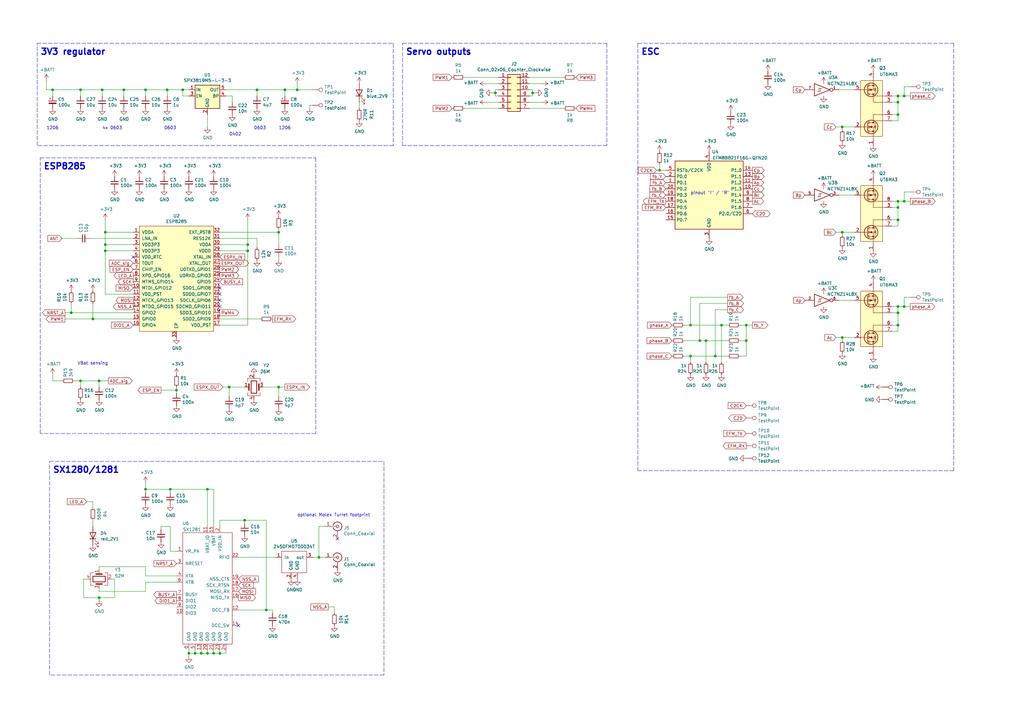
<source format=kicad_sch>
(kicad_sch (version 20211123) (generator eeschema)
  (paper "A3")
  (title_block (title "ELRS ESP8285 2G4 4xPWM + ESC 1S 5A") (date "2021-12-29") (rev "rev 1.0") (company "crteensy"))
  (junction (at 40.64 245.11))
  (junction (at 218.44 38.1))
  (junction (at 368.3 82.55))
  (junction (at 345.44 95.25))
  (junction (at 77.47 267.97))
  (junction (at 345.44 52.07))
  (junction (at 33.02 156.21))
  (junction (at 90.17 267.97))
  (junction (at 295.91 133.35))
  (junction (at 270.51 69.85))
  (junction (at 368.3 85.09))
  (junction (at 43.18 95.25))
  (junction (at 283.21 133.35))
  (junction (at 82.55 267.97))
  (junction (at 101.6 102.87))
  (junction (at 293.37 146.05))
  (junction (at 21.59 36.83))
  (junction (at 114.3 95.25))
  (junction (at 105.41 36.83))
  (junction (at 68.58 36.83))
  (junction (at 370.84 39.37))
  (junction (at 345.44 138.43))
  (junction (at 283.21 146.05))
  (junction (at 72.39 160.02))
  (junction (at 368.3 46.99))
  (junction (at 109.22 250.19))
  (junction (at 289.56 139.7))
  (junction (at 368.3 133.35))
  (junction (at 287.02 139.7))
  (junction (at 101.6 100.33))
  (junction (at 33.02 36.83))
  (junction (at 93.98 158.75))
  (junction (at 368.3 128.27))
  (junction (at 40.64 156.21))
  (junction (at 43.18 100.33))
  (junction (at 368.3 39.37))
  (junction (at 370.84 82.55))
  (junction (at 29.21 128.27))
  (junction (at 116.84 36.83))
  (junction (at 85.09 267.97))
  (junction (at 50.8 36.83))
  (junction (at 43.18 102.87))
  (junction (at 85.09 200.66))
  (junction (at 370.84 125.73))
  (junction (at 80.01 267.97))
  (junction (at 100.33 213.36))
  (junction (at 368.3 90.17))
  (junction (at 38.1 130.81))
  (junction (at 121.92 36.83))
  (junction (at 87.63 267.97))
  (junction (at 130.81 228.6))
  (junction (at 306.07 139.7))
  (junction (at 203.2 38.1))
  (junction (at 74.93 36.83))
  (junction (at 306.07 133.35))
  (junction (at 59.69 36.83))
  (junction (at 114.3 158.75))
  (junction (at 368.3 41.91))
  (junction (at 368.3 125.73))
  (junction (at 59.69 200.66))
  (junction (at 41.91 36.83))
  (junction (at 69.85 200.66))
  (no_connect (at 90.17 120.65))
  (no_connect (at 97.79 256.54))
  (no_connect (at 54.61 105.41))
  (no_connect (at 90.17 125.73))
  (no_connect (at 90.17 123.19))
  (no_connect (at 138.43 220.98))
  (no_connect (at 90.17 118.11))
  (wire (pts (xy 21.59 153.67) (xy 21.59 156.21)))
  (wire (pts (xy 368.3 82.55) (xy 368.3 85.09)))
  (wire (pts (xy 97.79 228.6) (xy 113.03 228.6)))
  (wire (pts (xy 21.59 36.83) (xy 19.05 36.83)))
  (polyline (pts (xy 165.1 17.78) (xy 248.92 17.78)))
  (polyline (pts (xy 15.24 17.78) (xy 161.29 17.78)))
  (polyline (pts (xy 20.32 189.23) (xy 157.48 189.23)))
  (wire (pts (xy 137.16 248.92) (xy 137.16 251.46)))
  (wire (pts (xy 368.3 39.37) (xy 368.3 41.91)))
  (wire (pts (xy 218.44 39.37) (xy 217.17 39.37)))
  (wire (pts (xy 92.71 39.37) (xy 95.25 39.37)))
  (wire (pts (xy 365.76 39.37) (xy 368.3 39.37)))
  (wire (pts (xy 298.45 124.46) (xy 287.02 124.46)))
  (wire (pts (xy 368.3 85.09) (xy 368.3 90.17)))
  (wire (pts (xy 203.2 36.83) (xy 203.2 38.1)))
  (wire (pts (xy 90.17 215.9) (xy 90.17 213.36)))
  (wire (pts (xy 59.69 39.37) (xy 59.69 36.83)))
  (wire (pts (xy 116.84 39.37) (xy 116.84 36.83)))
  (wire (pts (xy 345.44 52.07) (xy 345.44 53.34)))
  (wire (pts (xy 303.53 139.7) (xy 306.07 139.7)))
  (wire (pts (xy 130.81 215.9) (xy 133.35 215.9)))
  (wire (pts (xy 368.3 46.99) (xy 368.3 49.53)))
  (polyline (pts (xy 161.29 17.78) (xy 161.29 59.69)))
  (wire (pts (xy 87.63 200.66) (xy 85.09 200.66)))
  (wire (pts (xy 298.45 127) (xy 293.37 127)))
  (wire (pts (xy 43.18 102.87) (xy 43.18 120.65)))
  (polyline (pts (xy 165.1 59.69) (xy 165.1 17.78)))
  (wire (pts (xy 147.32 44.45) (xy 147.32 41.91)))
  (wire (pts (xy 29.21 128.27) (xy 26.67 128.27)))
  (wire (pts (xy 203.2 39.37) (xy 204.47 39.37)))
  (wire (pts (xy 35.56 237.49) (xy 34.29 237.49)))
  (wire (pts (xy 289.56 148.59) (xy 289.56 139.7)))
  (wire (pts (xy 95.25 39.37) (xy 95.25 41.91)))
  (wire (pts (xy 365.76 46.99) (xy 368.3 46.99)))
  (wire (pts (xy 121.92 36.83) (xy 128.27 36.83)))
  (wire (pts (xy 66.04 215.9) (xy 66.04 217.17)))
  (polyline (pts (xy 129.54 177.8) (xy 16.51 177.8)))
  (wire (pts (xy 368.3 133.35) (xy 368.3 135.89)))
  (wire (pts (xy 59.69 198.12) (xy 59.69 200.66)))
  (wire (pts (xy 59.69 232.41) (xy 40.64 232.41)))
  (wire (pts (xy 217.17 36.83) (xy 218.44 36.83)))
  (wire (pts (xy 350.52 138.43) (xy 345.44 138.43)))
  (wire (pts (xy 77.47 267.97) (xy 80.01 267.97)))
  (wire (pts (xy 33.02 36.83) (xy 21.59 36.83)))
  (wire (pts (xy 40.64 241.3) (xy 40.64 242.57)))
  (wire (pts (xy 365.76 41.91) (xy 368.3 41.91)))
  (wire (pts (xy 43.18 95.25) (xy 43.18 90.17)))
  (wire (pts (xy 68.58 36.83) (xy 74.93 36.83)))
  (wire (pts (xy 287.02 139.7) (xy 289.56 139.7)))
  (wire (pts (xy 365.76 133.35) (xy 368.3 133.35)))
  (wire (pts (xy 92.71 36.83) (xy 105.41 36.83)))
  (wire (pts (xy 287.02 124.46) (xy 287.02 139.7)))
  (wire (pts (xy 130.81 228.6) (xy 130.81 215.9)))
  (wire (pts (xy 280.67 139.7) (xy 287.02 139.7)))
  (wire (pts (xy 128.27 43.18) (xy 127 43.18)))
  (wire (pts (xy 38.1 130.81) (xy 54.61 130.81)))
  (wire (pts (xy 35.56 205.74) (xy 38.1 205.74)))
  (wire (pts (xy 111.76 250.19) (xy 111.76 251.46)))
  (wire (pts (xy 370.84 121.92) (xy 370.84 125.73)))
  (wire (pts (xy 344.17 36.83) (xy 350.52 36.83)))
  (wire (pts (xy 72.39 236.22) (xy 59.69 236.22)))
  (wire (pts (xy 306.07 133.35) (xy 306.07 139.7)))
  (wire (pts (xy 38.1 124.46) (xy 38.1 130.81)))
  (wire (pts (xy 50.8 39.37) (xy 50.8 36.83)))
  (wire (pts (xy 283.21 121.92) (xy 283.21 133.35)))
  (wire (pts (xy 289.56 139.7) (xy 298.45 139.7)))
  (wire (pts (xy 59.69 238.76) (xy 72.39 238.76)))
  (wire (pts (xy 101.6 133.35) (xy 101.6 102.87)))
  (polyline (pts (xy 391.16 193.04) (xy 261.62 193.04)))
  (wire (pts (xy 90.17 100.33) (xy 101.6 100.33)))
  (wire (pts (xy 92.71 267.97) (xy 92.71 266.7)))
  (wire (pts (xy 342.9 138.43) (xy 345.44 138.43)))
  (wire (pts (xy 68.58 36.83) (xy 59.69 36.83)))
  (wire (pts (xy 283.21 133.35) (xy 295.91 133.35)))
  (wire (pts (xy 365.76 128.27) (xy 368.3 128.27)))
  (wire (pts (xy 365.76 82.55) (xy 368.3 82.55)))
  (wire (pts (xy 127 43.18) (xy 127 44.45)))
  (wire (pts (xy 368.3 135.89) (xy 365.76 135.89)))
  (wire (pts (xy 280.67 133.35) (xy 283.21 133.35)))
  (wire (pts (xy 350.52 95.25) (xy 345.44 95.25)))
  (wire (pts (xy 114.3 162.56) (xy 114.3 158.75)))
  (wire (pts (xy 85.09 215.9) (xy 85.09 200.66)))
  (wire (pts (xy 204.47 36.83) (xy 203.2 36.83)))
  (polyline (pts (xy 391.16 17.78) (xy 391.16 193.04)))
  (wire (pts (xy 87.63 267.97) (xy 90.17 267.97)))
  (wire (pts (xy 368.3 39.37) (xy 370.84 39.37)))
  (wire (pts (xy 218.44 38.1) (xy 219.71 38.1)))
  (wire (pts (xy 46.99 237.49) (xy 46.99 245.11)))
  (wire (pts (xy 231.14 31.75) (xy 217.17 31.75)))
  (wire (pts (xy 72.39 226.06) (xy 69.85 226.06)))
  (polyline (pts (xy 261.62 17.78) (xy 391.16 17.78)))
  (wire (pts (xy 368.3 41.91) (xy 368.3 46.99)))
  (polyline (pts (xy 16.51 64.77) (xy 129.54 64.77)))
  (wire (pts (xy 270.51 69.85) (xy 273.05 69.85)))
  (wire (pts (xy 283.21 148.59) (xy 283.21 146.05)))
  (wire (pts (xy 100.33 214.63) (xy 100.33 213.36)))
  (wire (pts (xy 36.83 97.79) (xy 54.61 97.79)))
  (wire (pts (xy 87.63 215.9) (xy 87.63 200.66)))
  (wire (pts (xy 365.76 125.73) (xy 368.3 125.73)))
  (wire (pts (xy 90.17 267.97) (xy 90.17 266.7)))
  (wire (pts (xy 345.44 95.25) (xy 345.44 96.52)))
  (wire (pts (xy 90.17 213.36) (xy 100.33 213.36)))
  (wire (pts (xy 293.37 127) (xy 293.37 146.05)))
  (wire (pts (xy 87.63 267.97) (xy 87.63 266.7)))
  (wire (pts (xy 368.3 90.17) (xy 368.3 92.71)))
  (wire (pts (xy 199.39 41.91) (xy 204.47 41.91)))
  (wire (pts (xy 370.84 125.73) (xy 373.38 125.73)))
  (wire (pts (xy 101.6 102.87) (xy 101.6 100.33)))
  (wire (pts (xy 368.3 128.27) (xy 368.3 133.35)))
  (wire (pts (xy 59.69 200.66) (xy 59.69 201.93)))
  (polyline (pts (xy 248.92 17.78) (xy 248.92 59.69)))
  (wire (pts (xy 85.09 46.99) (xy 85.09 52.07)))
  (wire (pts (xy 77.47 39.37) (xy 74.93 39.37)))
  (wire (pts (xy 190.5 31.75) (xy 204.47 31.75)))
  (wire (pts (xy 72.39 161.29) (xy 72.39 160.02)))
  (wire (pts (xy 203.2 38.1) (xy 203.2 39.37)))
  (wire (pts (xy 344.17 80.01) (xy 350.52 80.01)))
  (wire (pts (xy 54.61 102.87) (xy 43.18 102.87)))
  (wire (pts (xy 306.07 133.35) (xy 308.61 133.35)))
  (wire (pts (xy 303.53 133.35) (xy 306.07 133.35)))
  (wire (pts (xy 40.64 245.11) (xy 40.64 246.38)))
  (wire (pts (xy 134.62 248.92) (xy 137.16 248.92)))
  (wire (pts (xy 293.37 146.05) (xy 298.45 146.05)))
  (wire (pts (xy 270.51 67.31) (xy 270.51 69.85)))
  (wire (pts (xy 69.85 226.06) (xy 69.85 215.9)))
  (wire (pts (xy 77.47 267.97) (xy 77.47 269.24)))
  (wire (pts (xy 43.18 120.65) (xy 54.61 120.65)))
  (wire (pts (xy 269.24 69.85) (xy 270.51 69.85)))
  (wire (pts (xy 40.64 245.11) (xy 46.99 245.11)))
  (wire (pts (xy 77.47 266.7) (xy 77.47 267.97)))
  (wire (pts (xy 370.84 39.37) (xy 373.38 39.37)))
  (wire (pts (xy 77.47 36.83) (xy 74.93 36.83)))
  (wire (pts (xy 34.29 237.49) (xy 34.29 245.11)))
  (wire (pts (xy 121.92 36.83) (xy 121.92 34.29)))
  (polyline (pts (xy 16.51 177.8) (xy 16.51 64.77)))
  (wire (pts (xy 204.47 44.45) (xy 190.5 44.45)))
  (wire (pts (xy 69.85 200.66) (xy 59.69 200.66)))
  (polyline (pts (xy 15.24 59.69) (xy 15.24 17.78)))
  (wire (pts (xy 368.3 82.55) (xy 370.84 82.55)))
  (wire (pts (xy 69.85 215.9) (xy 66.04 215.9)))
  (wire (pts (xy 40.64 156.21) (xy 40.64 158.75)))
  (wire (pts (xy 93.98 158.75) (xy 100.33 158.75)))
  (wire (pts (xy 21.59 39.37) (xy 21.59 36.83)))
  (wire (pts (xy 370.84 35.56) (xy 370.84 39.37)))
  (polyline (pts (xy 161.29 59.69) (xy 15.24 59.69)))
  (wire (pts (xy 68.58 39.37) (xy 68.58 36.83)))
  (wire (pts (xy 85.09 267.97) (xy 87.63 267.97)))
  (wire (pts (xy 114.3 95.25) (xy 114.3 100.33)))
  (wire (pts (xy 222.25 34.29) (xy 217.17 34.29)))
  (wire (pts (xy 85.09 200.66) (xy 69.85 200.66)))
  (wire (pts (xy 82.55 267.97) (xy 82.55 266.7)))
  (wire (pts (xy 59.69 236.22) (xy 59.69 232.41)))
  (wire (pts (xy 90.17 97.79) (xy 105.41 97.79)))
  (wire (pts (xy 90.17 95.25) (xy 114.3 95.25)))
  (wire (pts (xy 370.84 78.74) (xy 370.84 82.55)))
  (wire (pts (xy 90.17 130.81) (xy 106.68 130.81)))
  (wire (pts (xy 43.18 102.87) (xy 43.18 100.33)))
  (wire (pts (xy 350.52 52.07) (xy 345.44 52.07)))
  (wire (pts (xy 69.85 200.66) (xy 69.85 201.93)))
  (wire (pts (xy 365.76 90.17) (xy 368.3 90.17)))
  (wire (pts (xy 90.17 133.35) (xy 101.6 133.35)))
  (wire (pts (xy 373.38 78.74) (xy 370.84 78.74)))
  (wire (pts (xy 21.59 156.21) (xy 25.4 156.21)))
  (wire (pts (xy 130.81 228.6) (xy 133.35 228.6)))
  (wire (pts (xy 218.44 38.1) (xy 218.44 39.37)))
  (wire (pts (xy 295.91 148.59) (xy 295.91 133.35)))
  (wire (pts (xy 80.01 267.97) (xy 82.55 267.97)))
  (wire (pts (xy 38.1 205.74) (xy 38.1 208.28)))
  (wire (pts (xy 116.84 36.83) (xy 121.92 36.83)))
  (wire (pts (xy 105.41 39.37) (xy 105.41 36.83)))
  (wire (pts (xy 342.9 52.07) (xy 345.44 52.07)))
  (wire (pts (xy 72.39 160.02) (xy 66.04 160.02)))
  (wire (pts (xy 41.91 39.37) (xy 41.91 36.83)))
  (wire (pts (xy 368.3 125.73) (xy 368.3 128.27)))
  (wire (pts (xy 100.33 213.36) (xy 109.22 213.36)))
  (wire (pts (xy 218.44 36.83) (xy 218.44 38.1)))
  (wire (pts (xy 33.02 39.37) (xy 33.02 36.83)))
  (wire (pts (xy 114.3 105.41) (xy 114.3 106.68)))
  (wire (pts (xy 295.91 133.35) (xy 298.45 133.35)))
  (wire (pts (xy 80.01 267.97) (xy 80.01 266.7)))
  (wire (pts (xy 33.02 156.21) (xy 33.02 158.75)))
  (polyline (pts (xy 248.92 59.69) (xy 165.1 59.69)))
  (wire (pts (xy 283.21 146.05) (xy 293.37 146.05)))
  (wire (pts (xy 19.05 36.83) (xy 19.05 33.02)))
  (wire (pts (xy 26.67 130.81) (xy 38.1 130.81)))
  (wire (pts (xy 40.64 242.57) (xy 59.69 242.57)))
  (wire (pts (xy 50.8 36.83) (xy 41.91 36.83)))
  (polyline (pts (xy 261.62 17.78) (xy 261.62 193.04)))
  (wire (pts (xy 222.25 41.91) (xy 217.17 41.91)))
  (wire (pts (xy 306.07 146.05) (xy 303.53 146.05)))
  (wire (pts (xy 33.02 156.21) (xy 40.64 156.21)))
  (wire (pts (xy 105.41 97.79) (xy 105.41 101.6)))
  (wire (pts (xy 90.17 102.87) (xy 101.6 102.87)))
  (wire (pts (xy 368.3 49.53) (xy 365.76 49.53)))
  (polyline (pts (xy 157.48 189.23) (xy 157.48 276.86)))
  (wire (pts (xy 54.61 95.25) (xy 43.18 95.25)))
  (wire (pts (xy 43.18 100.33) (xy 43.18 95.25)))
  (wire (pts (xy 105.41 36.83) (xy 116.84 36.83)))
  (wire (pts (xy 38.1 215.9) (xy 38.1 213.36)))
  (wire (pts (xy 40.64 156.21) (xy 44.45 156.21)))
  (wire (pts (xy 93.98 162.56) (xy 93.98 158.75)))
  (wire (pts (xy 85.09 267.97) (xy 85.09 266.7)))
  (wire (pts (xy 101.6 100.33) (xy 101.6 90.17)))
  (wire (pts (xy 109.22 250.19) (xy 111.76 250.19)))
  (wire (pts (xy 114.3 158.75) (xy 116.84 158.75)))
  (wire (pts (xy 306.07 139.7) (xy 306.07 146.05)))
  (wire (pts (xy 25.4 97.79) (xy 31.75 97.79)))
  (wire (pts (xy 82.55 267.97) (xy 85.09 267.97)))
  (wire (pts (xy 373.38 121.92) (xy 370.84 121.92)))
  (wire (pts (xy 368.3 125.73) (xy 370.84 125.73)))
  (wire (pts (xy 368.3 92.71) (xy 365.76 92.71)))
  (polyline (pts (xy 129.54 64.77) (xy 129.54 177.8)))
  (wire (pts (xy 90.17 267.97) (xy 92.71 267.97)))
  (wire (pts (xy 217.17 44.45) (xy 231.14 44.45)))
  (wire (pts (xy 109.22 213.36) (xy 109.22 250.19)))
  (wire (pts (xy 114.3 95.25) (xy 114.3 93.98)))
  (wire (pts (xy 345.44 138.43) (xy 345.44 139.7)))
  (wire (pts (xy 72.39 160.02) (xy 72.39 158.75)))
  (wire (pts (xy 97.79 250.19) (xy 109.22 250.19)))
  (wire (pts (xy 74.93 39.37) (xy 74.93 36.83)))
  (wire (pts (xy 128.27 228.6) (xy 130.81 228.6)))
  (wire (pts (xy 107.95 158.75) (xy 114.3 158.75)))
  (wire (pts (xy 45.72 237.49) (xy 46.99 237.49)))
  (wire (pts (xy 91.44 158.75) (xy 93.98 158.75)))
  (wire (pts (xy 370.84 82.55) (xy 373.38 82.55)))
  (polyline (pts (xy 157.48 276.86) (xy 20.32 276.86)))
  (wire (pts (xy 34.29 245.11) (xy 40.64 245.11)))
  (wire (pts (xy 298.45 121.92) (xy 283.21 121.92)))
  (wire (pts (xy 203.2 38.1) (xy 201.93 38.1)))
  (wire (pts (xy 280.67 146.05) (xy 283.21 146.05)))
  (wire (pts (xy 59.69 36.83) (xy 50.8 36.83)))
  (wire (pts (xy 342.9 95.25) (xy 345.44 95.25)))
  (wire (pts (xy 54.61 100.33) (xy 43.18 100.33)))
  (wire (pts (xy 59.69 242.57) (xy 59.69 238.76)))
  (polyline (pts (xy 20.32 276.86) (xy 20.32 189.23)))
  (wire (pts (xy 40.64 232.41) (xy 40.64 233.68)))
  (wire (pts (xy 29.21 128.27) (xy 54.61 128.27)))
  (wire (pts (xy 41.91 36.83) (xy 33.02 36.83)))
  (wire (pts (xy 365.76 85.09) (xy 368.3 85.09)))
  (wire (pts (xy 29.21 124.46) (xy 29.21 128.27)))
  (wire (pts (xy 373.38 35.56) (xy 370.84 35.56)))
  (wire (pts (xy 30.48 156.21) (xy 33.02 156.21)))
  (wire (pts (xy 199.39 34.29) (xy 204.47 34.29)))
  (wire (pts (xy 344.17 123.19) (xy 350.52 123.19)))
  (text "optional Molex Turret footprint" (at 121.92 212.09 0) (effects (font (size 1.27 1.27)) (justify left bottom)))
  (text "1206" (at 114.3 53.34 0) (effects (font (size 1.27 1.27)) (justify left bottom)))
  (text "3V3 regulator" (at 16.51 22.86 0) (effects (font (size 2.54 2.54) (thickness 0.508) bold) (justify left bottom)))
  (text "ESP8285" (at 17.78 69.85 0) (effects (font (size 2.54 2.54) (thickness 0.508) bold) (justify left bottom)))
  (text "1206" (at 19.05 53.34 0) (effects (font (size 1.27 1.27)) (justify left bottom)))
  (text "0603" (at 104.14 53.34 0) (effects (font (size 1.27 1.27)) (justify left bottom)))
  (text "pinout \"I\" / \"R\"" (at 283.21 80.01 0) (effects (font (size 1.27 1.27)) (justify left bottom)))
  (text "0603" (at 67.31 53.34 0) (effects (font (size 1.27 1.27)) (justify left bottom)))
  (text "SX1280/1281" (at 21.59 194.31 0) (effects (font (size 2.54 2.54) (thickness 0.508) bold) (justify left bottom)))
  (text "0402" (at 93.98 55.88 0) (effects (font (size 1.27 1.27)) (justify left bottom)))
  (text "VBat sensing" (at 31.75 149.86 0) (effects (font (size 1.27 1.27)) (justify left bottom)))
  (text "ESC" (at 262.89 22.86 0) (effects (font (size 2.54 2.54) (thickness 0.508) bold) (justify left bottom)))
  (text "4x 0603" (at 41.91 53.34 0) (effects (font (size 1.27 1.27)) (justify left bottom)))
  (text "Servo outputs" (at 166.37 22.86 0) (effects (font (size 2.54 2.54) (thickness 0.508) bold) (justify left bottom)))
  (global_label "EFM_RX" (shape output) (at 111.76 130.81 0) (property "Intersheet References" "${INTERSHEET_REFS}" (effects hide)))
  (global_label "DIO1_A" (shape output) (at 72.39 246.38 180) (property "Intersheet References" "${INTERSHEET_REFS}" (effects hide)))
  (global_label "PWM1" (shape input) (at 185.42 31.75 180) (property "Intersheet References" "${INTERSHEET_REFS}" (effects hide)))
  (global_label "PWM1" (shape output) (at 26.67 130.81 180) (property "Intersheet References" "${INTERSHEET_REFS}" (effects hide)))
  (global_label "Cc" (shape input) (at 342.9 52.07 180) (property "Intersheet References" "${INTERSHEET_REFS}" (effects hide)))
  (global_label "Cc" (shape output) (at 308.61 77.47 0) (property "Intersheet References" "${INTERSHEET_REFS}" (effects hide)))
  (global_label "phase_C" (shape output) (at 373.38 39.37 0) (property "Intersheet References" "${INTERSHEET_REFS}" (effects hide)))
  (global_label "phase_C" (shape input) (at 275.59 146.05 180) (property "Intersheet References" "${INTERSHEET_REFS}" (effects hide)))
  (global_label "ANT" (shape input) (at 25.4 97.79 180) (property "Intersheet References" "${INTERSHEET_REFS}" (effects hide)))
  (global_label "ESPX_OUT" (shape output) (at 90.17 107.95 0) (property "Intersheet References" "${INTERSHEET_REFS}" (effects hide)))
  (global_label "C2CK" (shape input) (at 269.24 69.85 180) (property "Intersheet References" "${INTERSHEET_REFS}" (effects hide)))
  (global_label "ESP_EN" (shape input) (at 54.61 110.49 180) (property "Intersheet References" "${INTERSHEET_REFS}" (effects hide)))
  (global_label "PWM4" (shape input) (at 236.22 44.45 0) (property "Intersheet References" "${INTERSHEET_REFS}" (effects hide)))
  (global_label "DIO1_A" (shape input) (at 54.61 133.35 180) (property "Intersheet References" "${INTERSHEET_REFS}" (effects hide)))
  (global_label "fb_Y" (shape output) (at 308.61 133.35 0) (property "Intersheet References" "${INTERSHEET_REFS}" (effects hide)))
  (global_label "C2CK" (shape input) (at 306.07 166.37 180) (property "Intersheet References" "${INTERSHEET_REFS}" (effects hide)))
  (global_label "MOSI" (shape output) (at 54.61 123.19 180) (property "Intersheet References" "${INTERSHEET_REFS}" (effects hide)))
  (global_label "MOSI" (shape input) (at 97.79 242.57 0) (property "Intersheet References" "${INTERSHEET_REFS}" (effects hide)))
  (global_label "phase_B" (shape output) (at 373.38 82.55 0) (property "Intersheet References" "${INTERSHEET_REFS}" (effects hide)))
  (global_label "Bp" (shape input) (at 330.2 80.01 180) (property "Intersheet References" "${INTERSHEET_REFS}" (effects hide)))
  (global_label "phase_A" (shape output) (at 373.38 125.73 0) (property "Intersheet References" "${INTERSHEET_REFS}" (effects hide)))
  (global_label "NSS_A" (shape input) (at 97.79 237.49 0) (property "Intersheet References" "${INTERSHEET_REFS}" (effects hide)))
  (global_label "Ap" (shape input) (at 330.2 123.19 180) (property "Intersheet References" "${INTERSHEET_REFS}" (effects hide)))
  (global_label "Bc" (shape output) (at 308.61 80.01 0) (property "Intersheet References" "${INTERSHEET_REFS}" (effects hide)))
  (global_label "ESPX_IN" (shape output) (at 116.84 158.75 0) (property "Intersheet References" "${INTERSHEET_REFS}" (effects hide)))
  (global_label "fb_B" (shape input) (at 273.05 77.47 180) (property "Intersheet References" "${INTERSHEET_REFS}" (effects hide)))
  (global_label "EFM_TX" (shape input) (at 306.07 177.8 180) (property "Intersheet References" "${INTERSHEET_REFS}" (effects hide)))
  (global_label "ESPX_OUT" (shape input) (at 91.44 158.75 180) (property "Intersheet References" "${INTERSHEET_REFS}" (effects hide)))
  (global_label "Ac" (shape input) (at 342.9 138.43 180) (property "Intersheet References" "${INTERSHEET_REFS}" (effects hide)))
  (global_label "NRST_A" (shape output) (at 26.67 128.27 180) (property "Intersheet References" "${INTERSHEET_REFS}" (effects hide)))
  (global_label "BUSY_A" (shape input) (at 90.17 115.57 0) (property "Intersheet References" "${INTERSHEET_REFS}" (effects hide)))
  (global_label "EFM_RX" (shape input) (at 273.05 85.09 180) (property "Intersheet References" "${INTERSHEET_REFS}" (effects hide)))
  (global_label "LED_A" (shape input) (at 35.56 205.74 180) (property "Intersheet References" "${INTERSHEET_REFS}" (effects hide)))
  (global_label "PWM4" (shape output) (at 90.17 128.27 0) (property "Intersheet References" "${INTERSHEET_REFS}" (effects hide)))
  (global_label "fb_C" (shape output) (at 298.45 127 0) (property "Intersheet References" "${INTERSHEET_REFS}" (effects hide)))
  (global_label "PWM2" (shape output) (at 90.17 110.49 0) (property "Intersheet References" "${INTERSHEET_REFS}" (effects hide)))
  (global_label "fb_B" (shape output) (at 298.45 124.46 0) (property "Intersheet References" "${INTERSHEET_REFS}" (effects hide)))
  (global_label "PWM2" (shape input) (at 185.42 44.45 180) (property "Intersheet References" "${INTERSHEET_REFS}" (effects hide)))
  (global_label "C2D" (shape bidirectional) (at 306.07 171.45 180) (property "Intersheet References" "${INTERSHEET_REFS}" (effects hide)))
  (global_label "phase_B" (shape input) (at 275.59 139.7 180) (property "Intersheet References" "${INTERSHEET_REFS}" (effects hide)))
  (global_label "EFM_RX" (shape output) (at 306.07 182.88 180) (property "Intersheet References" "${INTERSHEET_REFS}" (effects hide)))
  (global_label "PWM3" (shape output) (at 90.17 113.03 0) (property "Intersheet References" "${INTERSHEET_REFS}" (effects hide)))
  (global_label "NSS_A" (shape passive) (at 134.62 248.92 180) (property "Intersheet References" "${INTERSHEET_REFS}" (effects hide)))
  (global_label "Bp" (shape output) (at 308.61 72.39 0) (property "Intersheet References" "${INTERSHEET_REFS}" (effects hide)))
  (global_label "NRST_A" (shape input) (at 72.39 231.14 180) (property "Intersheet References" "${INTERSHEET_REFS}" (effects hide)))
  (global_label "NSS_A" (shape output) (at 54.61 125.73 180) (property "Intersheet References" "${INTERSHEET_REFS}" (effects hide)))
  (global_label "MISO" (shape input) (at 54.61 118.11 180) (property "Intersheet References" "${INTERSHEET_REFS}" (effects hide)))
  (global_label "Ap" (shape output) (at 308.61 74.93 0) (property "Intersheet References" "${INTERSHEET_REFS}" (effects hide)))
  (global_label "fb_A" (shape input) (at 273.05 74.93 180) (property "Intersheet References" "${INTERSHEET_REFS}" (effects hide)))
  (global_label "SCK" (shape output) (at 54.61 115.57 180) (property "Intersheet References" "${INTERSHEET_REFS}" (effects hide)))
  (global_label "Ac" (shape output) (at 308.61 82.55 0) (property "Intersheet References" "${INTERSHEET_REFS}" (effects hide)))
  (global_label "SCK" (shape input) (at 97.79 240.03 0) (property "Intersheet References" "${INTERSHEET_REFS}" (effects hide)))
  (global_label "ESP_EN" (shape output) (at 66.04 160.02 180) (property "Intersheet References" "${INTERSHEET_REFS}" (effects hide)))
  (global_label "BUSY_A" (shape output) (at 72.39 243.84 180) (property "Intersheet References" "${INTERSHEET_REFS}" (effects hide)))
  (global_label "ESPX_IN" (shape input) (at 90.17 105.41 0) (property "Intersheet References" "${INTERSHEET_REFS}" (effects hide)))
  (global_label "C2D" (shape bidirectional) (at 308.61 87.63 0) (property "Intersheet References" "${INTERSHEET_REFS}" (effects hide)))
  (global_label "LED_A" (shape output) (at 54.61 113.03 180) (property "Intersheet References" "${INTERSHEET_REFS}" (effects hide)))
  (global_label "fb_Y" (shape input) (at 273.05 72.39 180) (property "Intersheet References" "${INTERSHEET_REFS}" (effects hide)))
  (global_label "EFM_TX" (shape output) (at 273.05 82.55 180) (property "Intersheet References" "${INTERSHEET_REFS}" (effects hide)))
  (global_label "ADC_sig" (shape output) (at 44.45 156.21 0) (property "Intersheet References" "${INTERSHEET_REFS}" (effects hide)))
  (global_label "phase_A" (shape input) (at 275.59 133.35 180) (property "Intersheet References" "${INTERSHEET_REFS}" (effects hide)))
  (global_label "ADC_sig" (shape input) (at 54.61 107.95 180) (property "Intersheet References" "${INTERSHEET_REFS}" (effects hide)))
  (global_label "Bc" (shape input) (at 342.9 95.25 180) (property "Intersheet References" "${INTERSHEET_REFS}" (effects hide)))
  (global_label "MISO" (shape output) (at 97.79 245.11 0) (property "Intersheet References" "${INTERSHEET_REFS}" (effects hide)))
  (global_label "PWM3" (shape input) (at 236.22 31.75 0) (property "Intersheet References" "${INTERSHEET_REFS}" (effects hide)))
  (global_label "fb_A" (shape output) (at 298.45 121.92 0) (property "Intersheet References" "${INTERSHEET_REFS}" (effects hide)))
  (global_label "Cp" (shape input) (at 330.2 36.83 180) (property "Intersheet References" "${INTERSHEET_REFS}" (effects hide)))
  (global_label "fb_C" (shape input) (at 273.05 80.01 180) (property "Intersheet References" "${INTERSHEET_REFS}" (effects hide)))
  (global_label "Cp" (shape output) (at 308.61 69.85 0) (property "Intersheet References" "${INTERSHEET_REFS}" (effects hide)))
  (symbol (lib_id "power:+3V3") (at 46.99 72.39 0) (unit 1)
    (property "Reference" "#PWR0102" (effects hide))
    (property "Value" "+3V3" (at 47.371 67.9958 0))
  )
  (symbol (lib_id "power:+3V3") (at 121.92 34.29 0) (unit 1)
    (property "Reference" "#PWR0105" (effects hide))
    (property "Value" "+3V3" (at 122.301 29.8958 0))
  )
  (symbol (lib_id "Device:C_Small") (at 46.99 74.93 0) (unit 1)
    (property "Reference" "C1" (at 49.3268 73.7616 0) (effects (justify left)))
    (property "Value" "100n" (at 49.3268 76.073 0) (effects (justify left)))
    (property "Footprint" "Capacitor_SMD:C_0402_1005Metric" (effects hide))
  )
  (symbol (lib_id "Device:C_Small") (at 57.15 74.93 0) (unit 1)
    (property "Reference" "C2" (at 59.4868 73.7616 0) (effects (justify left)))
    (property "Value" "100n" (at 59.4868 76.073 0) (effects (justify left)))
    (property "Footprint" "Capacitor_SMD:C_0402_1005Metric" (effects hide))
  )
  (symbol (lib_id "Device:C_Small") (at 67.31 74.93 0) (unit 1)
    (property "Reference" "C3" (at 69.6468 73.7616 0) (effects (justify left)))
    (property "Value" "100n" (at 69.6468 76.073 0) (effects (justify left)))
    (property "Footprint" "Capacitor_SMD:C_0402_1005Metric" (effects hide))
  )
  (symbol (lib_id "power:+3V3") (at 57.15 72.39 0) (unit 1)
    (property "Reference" "#PWR0108" (effects hide))
    (property "Value" "+3V3" (at 57.531 67.9958 0))
  )
  (symbol (lib_id "power:+3V3") (at 67.31 72.39 0) (unit 1)
    (property "Reference" "#PWR0109" (effects hide))
    (property "Value" "+3V3" (at 67.691 67.9958 0))
  )
  (symbol (lib_id "power:GND") (at 46.99 77.47 0) (unit 1)
    (property "Reference" "#PWR0110" (effects hide))
    (property "Value" "GND" (at 47.117 81.8642 0))
  )
  (symbol (lib_id "power:GND") (at 57.15 77.47 0) (unit 1)
    (property "Reference" "#PWR0111" (effects hide))
    (property "Value" "GND" (at 57.277 81.8642 0))
  )
  (symbol (lib_id "power:GND") (at 67.31 77.47 0) (unit 1)
    (property "Reference" "#PWR0112" (effects hide))
    (property "Value" "GND" (at 67.437 81.8642 0))
  )
  (symbol (lib_id "power:GND") (at 85.09 52.07 0) (unit 1)
    (property "Reference" "#PWR0113" (effects hide))
    (property "Value" "GND" (at 85.217 56.4642 0))
  )
  (symbol (lib_id "symbols:SX1280") (at 85.09 241.3 0) (unit 1)
    (property "Reference" "U6" (at 76.2 214.63 0))
    (property "Value" "SX1281" (at 78.74 217.17 0))
    (property "Footprint" "ELRS_ESP8285_dual:QFN-24-1EP_4x4mm_P0.5mm_EP2.6x2.6mm_SX1280_dense" (effects hide))
  )
  (symbol (lib_id "Connector:Conn_Coaxial") (at 138.43 228.6 0) (unit 1)
    (property "Reference" "J1" (at 140.97 229.235 0) (effects (justify left)))
    (property "Value" "Conn_Coaxial" (at 140.97 231.5464 0) (effects (justify left)))
    (property "Footprint" "ELRS_ESP8285_dual:U.FL_Molex_MCRF_73412-0110_Vertical_dense" (effects hide))
    (property "Datasheet" " ~" (effects hide))
  )
  (symbol (lib_id "symbols:2450FM07D0034T") (at 120.65 231.14 0) (unit 1)
    (property "Reference" "U5" (at 120.65 221.869 0))
    (property "Value" "2450FM07D0034T" (at 120.65 224.1804 0))
    (property "Footprint" "ELRS_ESP8285_dual:2450FM07D0034T" (effects hide))
  )
  (symbol (lib_id "Device:Crystal_GND24") (at 40.64 237.49 270) (unit 1)
    (property "Reference" "Y3" (at 46.99 233.68 90) (effects (justify left)))
    (property "Value" "52M" (at 46.99 236.22 90) (effects (justify left)))
    (property "Footprint" "Crystal:Crystal_SMD_2016-4Pin_2.0x1.6mm" (effects hide))
  )
  (symbol (lib_id "power:GND") (at 138.43 233.68 0) (unit 1)
    (property "Reference" "#PWR0103" (effects hide))
    (property "Value" "GND" (at 138.557 238.0742 0))
  )
  (symbol (lib_id "Device:C_Small") (at 66.04 219.71 0) (mirror y) (unit 1)
    (property "Reference" "C17" (at 63.7032 218.5416 0) (effects (justify left)))
    (property "Value" "10n" (at 63.7032 220.853 0) (effects (justify left)))
    (property "Footprint" "Capacitor_SMD:C_0402_1005Metric" (effects hide))
  )
  (symbol (lib_id "Device:C_Small") (at 111.76 254 0) (unit 1)
    (property "Reference" "C18" (at 114.0968 252.8316 0) (effects (justify left)))
    (property "Value" "470n" (at 114.0968 255.143 0) (effects (justify left)))
    (property "Footprint" "Capacitor_SMD:C_0402_1005Metric" (effects hide))
  )
  (symbol (lib_id "Device:C_Small") (at 59.69 204.47 0) (unit 1)
    (property "Reference" "C9" (at 62.0268 203.3016 0) (effects (justify left)))
    (property "Value" "100n" (at 62.0268 205.613 0) (effects (justify left)))
    (property "Footprint" "Capacitor_SMD:C_0402_1005Metric" (effects hide))
  )
  (symbol (lib_id "power:GND") (at 40.64 246.38 0) (unit 1)
    (property "Reference" "#PWR0104" (effects hide))
    (property "Value" "GND" (at 40.767 250.7742 0))
  )
  (symbol (lib_id "power:GND") (at 77.47 269.24 0) (unit 1)
    (property "Reference" "#PWR0106" (effects hide))
    (property "Value" "GND" (at 77.597 273.6342 0))
  )
  (symbol (lib_id "power:GND") (at 66.04 222.25 0) (unit 1)
    (property "Reference" "#PWR0107" (effects hide))
    (property "Value" "GND" (at 66.167 226.6442 0))
  )
  (symbol (lib_id "power:GND") (at 111.76 256.54 0) (unit 1)
    (property "Reference" "#PWR0114" (effects hide))
    (property "Value" "GND" (at 111.887 260.9342 0))
  )
  (symbol (lib_id "Device:C_Small") (at 100.33 217.17 0) (unit 1)
    (property "Reference" "C16" (at 102.6668 216.0016 0) (effects (justify left)))
    (property "Value" "10n" (at 102.6668 218.313 0) (effects (justify left)))
    (property "Footprint" "Capacitor_SMD:C_0402_1005Metric" (effects hide))
  )
  (symbol (lib_id "power:GND") (at 100.33 219.71 0) (unit 1)
    (property "Reference" "#PWR0115" (effects hide))
    (property "Value" "GND" (at 100.457 224.1042 0))
  )
  (symbol (lib_id "Device:C_Small") (at 69.85 204.47 0) (unit 1)
    (property "Reference" "C15" (at 72.1868 203.3016 0) (effects (justify left)))
    (property "Value" "100n" (at 72.1868 205.613 0) (effects (justify left)))
    (property "Footprint" "Capacitor_SMD:C_0402_1005Metric" (effects hide))
  )
  (symbol (lib_id "power:GND") (at 69.85 207.01 0) (unit 1)
    (property "Reference" "#PWR0116" (effects hide))
    (property "Value" "GND" (at 69.977 211.4042 0))
  )
  (symbol (lib_id "power:GND") (at 59.69 207.01 0) (unit 1)
    (property "Reference" "#PWR0117" (effects hide))
    (property "Value" "GND" (at 59.817 211.4042 0))
  )
  (symbol (lib_id "power:GND") (at 121.92 237.49 0) (unit 1)
    (property "Reference" "#PWR0118" (effects hide))
    (property "Value" "GND" (at 122.047 241.8842 0))
  )
  (symbol (lib_id "power:GND") (at 119.38 237.49 0) (unit 1)
    (property "Reference" "#PWR0119" (effects hide))
    (property "Value" "GND" (at 119.507 241.8842 0))
  )
  (symbol (lib_id "power:+3V3") (at 59.69 198.12 0) (unit 1)
    (property "Reference" "#PWR0120" (effects hide))
    (property "Value" "+3V3" (at 60.071 193.7258 0))
  )
  (symbol (lib_id "symbols:ESP8285") (at 72.39 114.3 0) (unit 1)
    (property "Reference" "U2" (at 72.39 88.519 0))
    (property "Value" "ESP8285" (at 72.39 90.8304 0))
    (property "Footprint" "ELRS_ESP8285_PWM5:QFN-32-1EP_5x5mm_P0.5mm_EP3.7x3.7mm_dense" (effects hide))
  )
  (symbol (lib_id "power:+3V3") (at 101.6 90.17 0) (unit 1)
    (property "Reference" "#PWR0121" (effects hide))
    (property "Value" "+3V3" (at 101.981 85.7758 0))
  )
  (symbol (lib_id "power:+3V3") (at 43.18 90.17 0) (unit 1)
    (property "Reference" "#PWR0123" (effects hide))
    (property "Value" "+3V3" (at 43.561 85.7758 0))
  )
  (symbol (lib_id "ELRS_Rx_4PWM_ESC_1S-rescue:CP_Small-Device") (at 21.59 41.91 0) (unit 1)
    (property "Reference" "C5" (at 23.8252 40.7416 0) (effects (justify left)))
    (property "Value" "100u" (at 23.8252 43.053 0) (effects (justify left)))
    (property "Footprint" "Capacitor_Tantalum_SMD:CP_EIA-3216-18_Kemet-A" (effects hide))
  )
  (symbol (lib_id "ELRS_Rx_4PWM_ESC_1S-rescue:CP_Small-Device") (at 116.84 41.91 0) (unit 1)
    (property "Reference" "C8" (at 119.0752 40.7416 0) (effects (justify left)))
    (property "Value" "100u" (at 119.0752 43.053 0) (effects (justify left)))
    (property "Footprint" "Capacitor_Tantalum_SMD:CP_EIA-3216-18_Kemet-A" (effects hide))
  )
  (symbol (lib_id "Device:C_Small") (at 68.58 41.91 0) (unit 1)
    (property "Reference" "C6" (at 70.9168 40.7416 0) (effects (justify left)))
    (property "Value" "1u" (at 70.9168 43.053 0) (effects (justify left)))
    (property "Footprint" "Capacitor_SMD:C_0603_1608Metric" (effects hide))
  )
  (symbol (lib_id "Device:C_Small") (at 105.41 41.91 0) (unit 1)
    (property "Reference" "C7" (at 107.7468 40.7416 0) (effects (justify left)))
    (property "Value" "4u7" (at 107.7468 43.053 0) (effects (justify left)))
    (property "Footprint" "Capacitor_SMD:C_0603_1608Metric" (effects hide))
  )
  (symbol (lib_id "power:GND") (at 21.59 44.45 0) (unit 1)
    (property "Reference" "#PWR0129" (effects hide))
    (property "Value" "GND" (at 21.717 48.8442 0))
  )
  (symbol (lib_id "power:GND") (at 68.58 44.45 0) (unit 1)
    (property "Reference" "#PWR0130" (effects hide))
    (property "Value" "GND" (at 68.707 48.8442 0))
  )
  (symbol (lib_id "power:GND") (at 105.41 44.45 0) (unit 1)
    (property "Reference" "#PWR0131" (effects hide))
    (property "Value" "GND" (at 105.537 48.8442 0))
  )
  (symbol (lib_id "power:GND") (at 116.84 44.45 0) (unit 1)
    (property "Reference" "#PWR0132" (effects hide))
    (property "Value" "GND" (at 116.967 48.8442 0))
  )
  (symbol (lib_id "Device:R_Small") (at 72.39 156.21 180) (unit 1)
    (property "Reference" "R1" (at 73.8886 155.0416 0) (effects (justify right)))
    (property "Value" "10k" (at 73.8886 157.353 0) (effects (justify right)))
    (property "Footprint" "Resistor_SMD:R_0402_1005Metric" (effects hide))
  )
  (symbol (lib_id "Device:C_Small") (at 72.39 163.83 0) (unit 1)
    (property "Reference" "C4" (at 74.7268 162.6616 0) (effects (justify left)))
    (property "Value" "100n" (at 74.7268 164.973 0) (effects (justify left)))
    (property "Footprint" "Capacitor_SMD:C_0402_1005Metric" (effects hide))
  )
  (symbol (lib_id "Device:Crystal_GND24") (at 104.14 158.75 0) (unit 1)
    (property "Reference" "Y2" (at 107.95 149.86 0) (effects (justify left)))
    (property "Value" "26M" (at 106.68 152.4 0) (effects (justify left)))
    (property "Footprint" "Crystal:Crystal_SMD_2016-4Pin_2.0x1.6mm" (effects hide))
  )
  (symbol (lib_id "power:GND") (at 72.39 138.43 0) (unit 1)
    (property "Reference" "#PWR0124" (effects hide))
    (property "Value" "GND" (at 72.517 142.8242 0))
  )
  (symbol (lib_id "power:GND") (at 104.14 163.83 0) (unit 1)
    (property "Reference" "#PWR0136" (effects hide))
    (property "Value" "GND" (at 104.267 168.2242 0))
  )
  (symbol (lib_id "power:GND") (at 104.14 153.67 180) (unit 1)
    (property "Reference" "#PWR0137" (effects hide))
    (property "Value" "GND" (at 104.013 149.2758 0))
  )
  (symbol (lib_id "Device:C_Small") (at 114.3 165.1 0) (unit 1)
    (property "Reference" "C20" (at 116.6368 163.9316 0) (effects (justify left)))
    (property "Value" "4p7" (at 116.6368 166.243 0) (effects (justify left)))
    (property "Footprint" "Capacitor_SMD:C_0402_1005Metric" (effects hide))
  )
  (symbol (lib_id "Device:C_Small") (at 93.98 165.1 0) (unit 1)
    (property "Reference" "C19" (at 96.3168 163.9316 0) (effects (justify left)))
    (property "Value" "4p7" (at 96.3168 166.243 0) (effects (justify left)))
    (property "Footprint" "Capacitor_SMD:C_0402_1005Metric" (effects hide))
  )
  (symbol (lib_id "power:GND") (at 93.98 167.64 0) (unit 1)
    (property "Reference" "#PWR0145" (effects hide))
    (property "Value" "GND" (at 94.107 172.0342 0))
  )
  (symbol (lib_id "power:GND") (at 114.3 167.64 0) (unit 1)
    (property "Reference" "#PWR0146" (effects hide))
    (property "Value" "GND" (at 114.427 172.0342 0))
  )
  (symbol (lib_id "Device:LED") (at 147.32 38.1 90) (unit 1)
    (property "Reference" "D1" (at 150.3172 37.1094 90) (effects (justify right)))
    (property "Value" "blue_2V9" (at 150.3172 39.4208 90) (effects (justify right)))
    (property "Footprint" "LED_SMD:LED_0402_1005Metric" (effects hide))
  )
  (symbol (lib_id "power:+3V3") (at 147.32 34.29 0) (unit 1)
    (property "Reference" "#PWR0140" (effects hide))
    (property "Value" "+3V3" (at 147.701 29.8958 0))
  )
  (symbol (lib_id "Device:R_Small") (at 147.32 46.99 0) (unit 1)
    (property "Reference" "R11" (at 152.4 46.99 90))
    (property "Value" "270R" (at 149.86 46.99 90))
    (property "Footprint" "Resistor_SMD:R_0402_1005Metric" (effects hide))
  )
  (symbol (lib_id "power:GND") (at 147.32 49.53 0) (unit 1)
    (property "Reference" "#PWR0141" (effects hide))
    (property "Value" "GND" (at 147.447 53.9242 0))
  )
  (symbol (lib_id "Device:LED") (at 38.1 219.71 90) (unit 1)
    (property "Reference" "D4" (at 41.0972 218.7194 90) (effects (justify right)))
    (property "Value" "red_2V1" (at 41.0972 221.0308 90) (effects (justify right)))
    (property "Footprint" "LED_SMD:LED_0402_1005Metric" (effects hide))
  )
  (symbol (lib_id "Device:R_Small") (at 38.1 210.82 0) (unit 1)
    (property "Reference" "R4" (at 43.18 210.82 90))
    (property "Value" "560R" (at 40.64 210.82 90))
    (property "Footprint" "Resistor_SMD:R_0402_1005Metric" (effects hide))
  )
  (symbol (lib_id "Device:C_Small") (at 77.47 74.93 0) (unit 1)
    (property "Reference" "C21" (at 79.8068 73.7616 0) (effects (justify left)))
    (property "Value" "100n" (at 79.8068 76.073 0) (effects (justify left)))
    (property "Footprint" "Capacitor_SMD:C_0402_1005Metric" (effects hide))
  )
  (symbol (lib_id "power:+3V3") (at 77.47 72.39 0) (unit 1)
    (property "Reference" "#PWR0151" (effects hide))
    (property "Value" "+3V3" (at 77.851 67.9958 0))
  )
  (symbol (lib_id "power:GND") (at 77.47 77.47 0) (unit 1)
    (property "Reference" "#PWR0152" (effects hide))
    (property "Value" "GND" (at 77.597 81.8642 0))
  )
  (symbol (lib_id "power:GND") (at 72.39 166.37 0) (unit 1)
    (property "Reference" "#PWR0153" (effects hide))
    (property "Value" "GND" (at 72.517 170.7642 0))
  )
  (symbol (lib_id "power:+3V3") (at 72.39 153.67 0) (unit 1)
    (property "Reference" "#PWR0154" (effects hide))
    (property "Value" "+3V3" (at 72.771 149.2758 0))
  )
  (symbol (lib_id "power:GND") (at 201.93 38.1 270) (unit 1)
    (property "Reference" "#PWR04" (effects hide))
    (property "Value" "GND" (at 197.5358 38.227 0))
  )
  (symbol (lib_id "Device:R_Small") (at 187.96 31.75 270) (unit 1)
    (property "Reference" "R5" (at 187.96 26.7716 90))
    (property "Value" "1k" (at 187.96 29.083 90))
    (property "Footprint" "Resistor_SMD:R_0402_1005Metric" (effects hide))
  )
  (symbol (lib_id "Device:R_Small") (at 187.96 44.45 270) (mirror x) (unit 1)
    (property "Reference" "R6" (at 187.96 49.4284 90))
    (property "Value" "1k" (at 187.96 47.117 90))
    (property "Footprint" "Resistor_SMD:R_0402_1005Metric" (effects hide))
  )
  (symbol (lib_id "Device:R_Small") (at 233.68 31.75 90) (mirror x) (unit 1)
    (property "Reference" "R7" (at 233.68 26.7716 90))
    (property "Value" "1k" (at 233.68 29.083 90))
    (property "Footprint" "Resistor_SMD:R_0402_1005Metric" (effects hide))
  )
  (symbol (lib_id "Device:R_Small") (at 233.68 44.45 90) (unit 1)
    (property "Reference" "R8" (at 233.68 49.4284 90))
    (property "Value" "1k" (at 233.68 47.117 90))
    (property "Footprint" "Resistor_SMD:R_0402_1005Metric" (effects hide))
  )
  (symbol (lib_id "Device:R_Small") (at 105.41 104.14 180) (unit 1)
    (property "Reference" "R2" (at 110.3884 104.14 90))
    (property "Value" "12k" (at 108.077 104.14 90))
    (property "Footprint" "Resistor_SMD:R_0402_1005Metric" (effects hide))
  )
  (symbol (lib_id "power:GND") (at 105.41 106.68 0) (unit 1)
    (property "Reference" "#PWR01" (effects hide))
    (property "Value" "GND" (at 105.537 111.0742 0))
  )
  (symbol (lib_id "Regulator_Linear:SPX3819M5-L-3-3") (at 85.09 39.37 0) (unit 1)
    (property "Reference" "U1" (at 85.09 30.6832 0))
    (property "Value" "SPX3819M5-L-3-3" (at 85.09 32.9946 0))
    (property "Footprint" "Package_TO_SOT_SMD:SOT-23-5" (effects hide))
    (property "Datasheet" "https://www.exar.com/content/document.ashx?id=22106&languageid=1033&type=Datasheet&partnumber=SPX3819&filename=SPX3819.pdf&part=SPX3819" (effects hide))
  )
  (symbol (lib_id "Device:C_Small") (at 40.64 161.29 0) (unit 1)
    (property "Reference" "C12" (at 42.9768 160.1216 0) (effects (justify left)))
    (property "Value" "100n" (at 42.9768 162.433 0) (effects (justify left)))
    (property "Footprint" "Capacitor_SMD:C_0402_1005Metric" (effects hide))
  )
  (symbol (lib_id "Device:R_Small") (at 33.02 161.29 180) (unit 1)
    (property "Reference" "R16" (at 34.5186 160.1216 0) (effects (justify right)))
    (property "Value" "1k" (at 34.5186 162.433 0) (effects (justify right)))
    (property "Footprint" "Resistor_SMD:R_0402_1005Metric" (effects hide))
  )
  (symbol (lib_id "Device:R_Small") (at 27.94 156.21 270) (unit 1)
    (property "Reference" "R15" (at 26.7716 154.7114 0) (effects (justify right)))
    (property "Value" "3k9" (at 29.083 154.7114 0) (effects (justify right)))
    (property "Footprint" "Resistor_SMD:R_0402_1005Metric" (effects hide))
  )
  (symbol (lib_id "Device:C_Small") (at 95.25 44.45 0) (unit 1)
    (property "Reference" "C22" (at 97.5868 43.2816 0) (effects (justify left)))
    (property "Value" "10n" (at 97.5868 45.593 0) (effects (justify left)))
    (property "Footprint" "Capacitor_SMD:C_0402_1005Metric" (effects hide))
  )
  (symbol (lib_id "power:GND") (at 33.02 163.83 0) (unit 1)
    (property "Reference" "#PWR0128" (effects hide))
    (property "Value" "GND" (at 33.147 168.2242 0))
  )
  (symbol (lib_id "power:GND") (at 40.64 163.83 0) (unit 1)
    (property "Reference" "#PWR0133" (effects hide))
    (property "Value" "GND" (at 40.767 168.2242 0))
  )
  (symbol (lib_id "power:GND") (at 95.25 46.99 0) (unit 1)
    (property "Reference" "#PWR0155" (effects hide))
    (property "Value" "GND" (at 95.377 51.3842 0))
  )
  (symbol (lib_id "power:+3V3") (at 38.1 119.38 0) (unit 1)
    (property "Reference" "#PWR0135" (effects hide))
    (property "Value" "+3V3" (at 38.481 114.9858 0))
  )
  (symbol (lib_id "power:+3V3") (at 29.21 119.38 0) (unit 1)
    (property "Reference" "#PWR0138" (effects hide))
    (property "Value" "+3V3" (at 29.591 114.9858 0))
  )
  (symbol (lib_id "power:GND") (at 38.1 223.52 0) (unit 1)
    (property "Reference" "#PWR0139" (effects hide))
    (property "Value" "GND" (at 38.227 227.9142 0))
  )
  (symbol (lib_id "power:GND") (at 114.3 106.68 0) (unit 1)
    (property "Reference" "#PWR02" (effects hide))
    (property "Value" "GND" (at 114.427 111.0742 0))
  )
  (symbol (lib_id "Device:R_Small") (at 114.3 91.44 180) (unit 1)
    (property "Reference" "R3" (at 119.2784 91.44 90))
    (property "Value" "10k" (at 116.967 91.44 90))
    (property "Footprint" "Resistor_SMD:R_0402_1005Metric" (effects hide))
  )
  (symbol (lib_id "Device:C_Small") (at 41.91 41.91 0) (unit 1)
    (property "Reference" "C24" (at 44.2468 40.7416 0) (effects (justify left)))
    (property "Value" "10u" (at 44.2468 43.053 0) (effects (justify left)))
    (property "Footprint" "Capacitor_SMD:C_0603_1608Metric" (effects hide))
  )
  (symbol (lib_id "power:GND") (at 41.91 44.45 0) (unit 1)
    (property "Reference" "#PWR0181" (effects hide))
    (property "Value" "GND" (at 42.037 48.8442 0))
  )
  (symbol (lib_id "Device:C_Small") (at 50.8 41.91 0) (unit 1)
    (property "Reference" "C25" (at 53.1368 40.7416 0) (effects (justify left)))
    (property "Value" "10u" (at 53.1368 43.053 0) (effects (justify left)))
    (property "Footprint" "Capacitor_SMD:C_0603_1608Metric" (effects hide))
  )
  (symbol (lib_id "power:GND") (at 50.8 44.45 0) (unit 1)
    (property "Reference" "#PWR0182" (effects hide))
    (property "Value" "GND" (at 50.927 48.8442 0))
  )
  (symbol (lib_id "Device:C_Small") (at 59.69 41.91 0) (unit 1)
    (property "Reference" "C26" (at 62.0268 40.7416 0) (effects (justify left)))
    (property "Value" "10u" (at 62.0268 43.053 0) (effects (justify left)))
    (property "Footprint" "Capacitor_SMD:C_0603_1608Metric" (effects hide))
  )
  (symbol (lib_id "power:GND") (at 59.69 44.45 0) (unit 1)
    (property "Reference" "#PWR0183" (effects hide))
    (property "Value" "GND" (at 59.817 48.8442 0))
  )
  (symbol (lib_id "Connector:TestPoint") (at 128.27 36.83 270) (unit 1)
    (property "Reference" "TP1" (at 133.0452 35.6616 90) (effects (justify left)))
    (property "Value" "TestPoint" (at 133.0452 37.973 90) (effects (justify left)))
    (property "Footprint" "TestPoint:TestPoint_Pad_D1.0mm" (effects hide))
  )
  (symbol (lib_id "Device:C_Small") (at 34.29 97.79 90) (unit 1)
    (property "Reference" "C13" (at 33.1216 95.4532 0) (effects (justify left)))
    (property "Value" "10p" (at 35.433 95.4532 0) (effects (justify left)))
    (property "Footprint" "Capacitor_SMD:C_0402_1005Metric" (effects hide))
  )
  (symbol (lib_id "Device:C_Small") (at 87.63 74.93 0) (unit 1)
    (property "Reference" "C10" (at 89.9668 73.7616 0) (effects (justify left)))
    (property "Value" "100n" (at 89.9668 76.073 0) (effects (justify left)))
    (property "Footprint" "Capacitor_SMD:C_0402_1005Metric" (effects hide))
  )
  (symbol (lib_id "power:+3V3") (at 87.63 72.39 0) (unit 1)
    (property "Reference" "#PWR0122" (effects hide))
    (property "Value" "+3V3" (at 88.011 67.9958 0))
  )
  (symbol (lib_id "power:GND") (at 87.63 77.47 0) (unit 1)
    (property "Reference" "#PWR0125" (effects hide))
    (property "Value" "GND" (at 87.757 81.8642 0))
  )
  (symbol (lib_id "Device:C_Small") (at 33.02 41.91 0) (unit 1)
    (property "Reference" "C27" (at 35.3568 40.7416 0) (effects (justify left)))
    (property "Value" "10u" (at 35.3568 43.053 0) (effects (justify left)))
    (property "Footprint" "Capacitor_SMD:C_0603_1608Metric" (effects hide))
  )
  (symbol (lib_id "power:GND") (at 33.02 44.45 0) (unit 1)
    (property "Reference" "#PWR0184" (effects hide))
    (property "Value" "GND" (at 33.147 48.8442 0))
  )
  (symbol (lib_id "symbols:NC7NZ14L8X") (at 337.82 36.83 0) (unit 1)
    (property "Reference" "U3" (at 341.63 31.75 0))
    (property "Value" "NC7NZ14L8X" (at 345.44 34.29 0))
    (property "Footprint" "NC7NZ14:UQFN-8_1.6x1.6mm_P0.50mm" (effects hide))
  )
  (symbol (lib_id "symbols:NC7NZ14L8X") (at 337.82 80.01 0) (unit 2)
    (property "Reference" "U3" (at 341.63 74.93 0))
    (property "Value" "NC7NZ14L8X" (at 345.44 77.47 0))
    (property "Footprint" "NC7NZ14:UQFN-8_1.6x1.6mm_P0.50mm" (effects hide))
  )
  (symbol (lib_id "symbols:NC7NZ14L8X") (at 337.82 123.19 0) (unit 3)
    (property "Reference" "U3" (at 341.63 118.11 0))
    (property "Value" "NC7NZ14L8X" (at 345.44 120.65 0))
    (property "Footprint" "NC7NZ14:UQFN-8_1.6x1.6mm_P0.50mm" (effects hide))
  )
  (symbol (lib_id "Device:R_Small") (at 29.21 121.92 0) (mirror x) (unit 1)
    (property "Reference" "R10" (at 24.2316 121.92 90))
    (property "Value" "10k" (at 26.543 121.92 90))
    (property "Footprint" "Resistor_SMD:R_0402_1005Metric" (effects hide))
  )
  (symbol (lib_id "Device:R_Small") (at 38.1 121.92 0) (mirror x) (unit 1)
    (property "Reference" "R13" (at 33.1216 121.92 90))
    (property "Value" "10k" (at 35.433 121.92 90))
    (property "Footprint" "Resistor_SMD:R_0402_1005Metric" (effects hide))
  )
  (symbol (lib_id "Device:C_Small") (at 114.3 102.87 0) (unit 1)
    (property "Reference" "C11" (at 116.6368 101.7016 0) (effects (justify left)))
    (property "Value" "100n" (at 116.6368 104.013 0) (effects (justify left)))
    (property "Footprint" "Capacitor_SMD:C_0402_1005Metric" (effects hide))
  )
  (symbol (lib_id "Connector:TestPoint") (at 128.27 43.18 270) (unit 1)
    (property "Reference" "TP2" (at 133.0452 42.0116 90) (effects (justify left)))
    (property "Value" "TestPoint" (at 133.0452 44.323 90) (effects (justify left)))
    (property "Footprint" "TestPoint:TestPoint_Pad_D1.0mm" (effects hide))
  )
  (symbol (lib_id "power:GND") (at 127 44.45 0) (unit 1)
    (property "Reference" "#PWR0144" (effects hide))
    (property "Value" "GND" (at 127.127 48.8442 0))
  )
  (symbol (lib_id "UT6MA3:UT6MA3") (at 355.6 130.81 0) (unit 1)
    (property "Reference" "Q1" (at 361.95 114.3 0))
    (property "Value" "UT6MA3" (at 364.49 116.84 0))
    (property "Footprint" "UT6MA3:DFN-6-2EP_2x2mm_P0.65mm_EP2x0.9x0.7" (effects hide))
  )
  (symbol (lib_id "power:+BATT") (at 358.14 29.21 0) (unit 1)
    (property "Reference" "#PWR0147" (effects hide))
    (property "Value" "+BATT" (at 358.521 24.8158 0))
  )
  (symbol (lib_id "power:GND") (at 345.44 58.42 0) (unit 1)
    (property "Reference" "#PWR0148" (effects hide))
    (property "Value" "GND" (at 345.567 62.8142 0))
  )
  (symbol (lib_id "power:+BATT") (at 337.82 120.65 0) (unit 1)
    (property "Reference" "#PWR0149" (effects hide))
    (property "Value" "+BATT" (at 338.201 116.2558 0))
  )
  (symbol (lib_id "power:GND") (at 337.82 39.37 0) (unit 1)
    (property "Reference" "#PWR0150" (effects hide))
    (property "Value" "GND" (at 337.947 43.7642 0))
  )
  (symbol (lib_id "power:+3V3") (at 290.83 62.23 0) (unit 1)
    (property "Reference" "#PWR0156" (effects hide))
    (property "Value" "+3V3" (at 291.211 57.8358 0))
  )
  (symbol (lib_id "power:GND") (at 290.83 97.79 0) (unit 1)
    (property "Reference" "#PWR0157" (effects hide))
    (property "Value" "GND" (at 290.957 102.1842 0))
  )
  (symbol (lib_id "MCU_SiliconLabs:EFM8BB10F8I-A-QFN20") (at 290.83 80.01 0) (unit 1)
    (property "Reference" "U4" (at 293.37 62.23 0))
    (property "Value" "EFM8BB21F16G-QFN20" (at 303.53 64.77 0))
    (property "Footprint" "Package_DFN_QFN:SiliconLabs_QFN-20-1EP_3x3mm_P0.5mm_EP1.8x1.8mm" (effects hide))
    (property "Datasheet" "https://www.silabs.com/documents/public/data-sheets/efm8bb1-datasheet.pdf" (effects hide))
  )
  (symbol (lib_id "power:+3V3") (at 114.3 88.9 0) (unit 1)
    (property "Reference" "#PWR0126" (effects hide))
    (property "Value" "+3V3" (at 114.681 84.5058 0))
  )
  (symbol (lib_id "UT6MA3:UT6MA3") (at 355.6 87.63 0) (unit 1)
    (property "Reference" "Q2" (at 361.95 71.12 0))
    (property "Value" "UT6MA3" (at 364.49 73.66 0))
    (property "Footprint" "UT6MA3:DFN-6-2EP_2x2mm_P0.65mm_EP2x0.9x0.7" (effects hide))
  )
  (symbol (lib_id "power:+BATT") (at 358.14 72.39 0) (unit 1)
    (property "Reference" "#PWR0158" (effects hide))
    (property "Value" "+BATT" (at 358.521 67.9958 0))
  )
  (symbol (lib_id "power:GND") (at 358.14 102.87 0) (unit 1)
    (property "Reference" "#PWR0159" (effects hide))
    (property "Value" "GND" (at 358.267 107.2642 0))
  )
  (symbol (lib_id "Connector:TestPoint") (at 306.07 187.96 270) (unit 1)
    (property "Reference" "TP12" (at 310.8452 186.7916 90) (effects (justify left)))
    (property "Value" "TestPoint" (at 310.8452 189.103 90) (effects (justify left)))
    (property "Footprint" "TestPoint:TestPoint_Pad_D1.0mm" (effects hide))
  )
  (symbol (lib_id "power:GND") (at 306.07 187.96 270) (unit 1)
    (property "Reference" "#PWR0185" (effects hide))
    (property "Value" "GND" (at 302.8188 188.087 90) (effects (justify right)))
  )
  (symbol (lib_id "UT6MA3:UT6MA3") (at 355.6 44.45 0) (unit 1)
    (property "Reference" "Q3" (at 361.95 27.94 0))
    (property "Value" "UT6MA3" (at 364.49 30.48 0))
    (property "Footprint" "UT6MA3:DFN-6-2EP_2x2mm_P0.65mm_EP2x0.9x0.7" (effects hide))
  )
  (symbol (lib_id "power:+BATT") (at 358.14 115.57 0) (unit 1)
    (property "Reference" "#PWR0160" (effects hide))
    (property "Value" "+BATT" (at 358.521 111.1758 0))
  )
  (symbol (lib_id "power:GND") (at 358.14 146.05 0) (unit 1)
    (property "Reference" "#PWR0161" (effects hide))
    (property "Value" "GND" (at 358.267 150.4442 0))
  )
  (symbol (lib_id "power:GND") (at 358.14 59.69 0) (unit 1)
    (property "Reference" "#PWR0186" (effects hide))
    (property "Value" "GND" (at 358.267 64.0842 0))
  )
  (symbol (lib_id "Connector:Conn_Coaxial") (at 138.43 215.9 0) (unit 1)
    (property "Reference" "J5" (at 140.97 216.535 0) (effects (justify left)))
    (property "Value" "Conn_Coaxial" (at 140.97 218.8464 0) (effects (justify left)))
    (property "Footprint" "ELRS_ESP8285_PWM5:molex_479480001_2g4-turret" (effects hide))
    (property "Datasheet" " ~" (effects hide))
  )
  (symbol (lib_id "power:GND") (at 337.82 82.55 0) (unit 1)
    (property "Reference" "#PWR0162" (effects hide))
    (property "Value" "GND" (at 337.947 86.9442 0))
  )
  (symbol (lib_id "power:GND") (at 337.82 125.73 0) (unit 1)
    (property "Reference" "#PWR0163" (effects hide))
    (property "Value" "GND" (at 337.947 130.1242 0))
  )
  (symbol (lib_id "power:+BATT") (at 337.82 77.47 0) (unit 1)
    (property "Reference" "#PWR0164" (effects hide))
    (property "Value" "+BATT" (at 338.201 73.0758 0))
  )
  (symbol (lib_id "power:+BATT") (at 337.82 34.29 0) (unit 1)
    (property "Reference" "#PWR0165" (effects hide))
    (property "Value" "+BATT" (at 338.201 29.8958 0))
  )
  (symbol (lib_id "power:GND") (at 137.16 256.54 0) (unit 1)
    (property "Reference" "#PWR0127" (effects hide))
    (property "Value" "GND" (at 137.287 260.9342 0))
  )
  (symbol (lib_id "Device:R_Small") (at 137.16 254 180) (unit 1)
    (property "Reference" "R14" (at 142.1384 254 90))
    (property "Value" "10k" (at 139.827 254 90))
    (property "Footprint" "Resistor_SMD:R_0402_1005Metric" (effects hide))
  )
  (symbol (lib_id "Device:R_Small") (at 345.44 55.88 180) (unit 1)
    (property "Reference" "R17" (at 346.9386 54.7116 0) (effects (justify right)))
    (property "Value" "10k" (at 346.9386 57.023 0) (effects (justify right)))
    (property "Footprint" "Resistor_SMD:R_0402_1005Metric" (effects hide))
  )
  (symbol (lib_id "power:GND") (at 345.44 101.6 0) (unit 1)
    (property "Reference" "#PWR0174" (effects hide))
    (property "Value" "GND" (at 345.567 105.9942 0))
  )
  (symbol (lib_id "Device:R_Small") (at 345.44 99.06 180) (unit 1)
    (property "Reference" "R27" (at 346.9386 97.8916 0) (effects (justify right)))
    (property "Value" "10k" (at 346.9386 100.203 0) (effects (justify right)))
    (property "Footprint" "Resistor_SMD:R_0402_1005Metric" (effects hide))
  )
  (symbol (lib_id "power:GND") (at 345.44 144.78 0) (unit 1)
    (property "Reference" "#PWR0178" (effects hide))
    (property "Value" "GND" (at 345.567 149.1742 0))
  )
  (symbol (lib_id "Device:R_Small") (at 345.44 142.24 180) (unit 1)
    (property "Reference" "R28" (at 346.9386 141.0716 0) (effects (justify right)))
    (property "Value" "10k" (at 346.9386 143.383 0) (effects (justify right)))
    (property "Footprint" "Resistor_SMD:R_0402_1005Metric" (effects hide))
  )
  (symbol (lib_id "Device:R_Small") (at 278.13 133.35 270) (unit 1)
    (property "Reference" "R18" (at 276.9616 131.8514 0) (effects (justify right)))
    (property "Value" "1k" (at 279.273 131.8514 0) (effects (justify right)))
    (property "Footprint" "Resistor_SMD:R_0402_1005Metric" (effects hide))
  )
  (symbol (lib_id "Device:R_Small") (at 278.13 139.7 270) (unit 1)
    (property "Reference" "R20" (at 276.9616 138.2014 0) (effects (justify right)))
    (property "Value" "1k" (at 279.273 138.2014 0) (effects (justify right)))
    (property "Footprint" "Resistor_SMD:R_0402_1005Metric" (effects hide))
  )
  (symbol (lib_id "Device:R_Small") (at 278.13 146.05 270) (unit 1)
    (property "Reference" "R22" (at 276.9616 144.5514 0) (effects (justify right)))
    (property "Value" "1k" (at 279.273 144.5514 0) (effects (justify right)))
    (property "Footprint" "Resistor_SMD:R_0402_1005Metric" (effects hide))
  )
  (symbol (lib_id "Device:R_Small") (at 300.99 133.35 270) (unit 1)
    (property "Reference" "R19" (at 299.8216 131.8514 0) (effects (justify right)))
    (property "Value" "1k" (at 302.133 131.8514 0) (effects (justify right)))
    (property "Footprint" "Resistor_SMD:R_0402_1005Metric" (effects hide))
  )
  (symbol (lib_id "Device:R_Small") (at 300.99 139.7 270) (unit 1)
    (property "Reference" "R21" (at 299.8216 138.2014 0) (effects (justify right)))
    (property "Value" "1k" (at 302.133 138.2014 0) (effects (justify right)))
    (property "Footprint" "Resistor_SMD:R_0402_1005Metric" (effects hide))
  )
  (symbol (lib_id "Device:R_Small") (at 300.99 146.05 270) (unit 1)
    (property "Reference" "R23" (at 299.8216 144.5514 0) (effects (justify right)))
    (property "Value" "1k" (at 302.133 144.5514 0) (effects (justify right)))
    (property "Footprint" "Resistor_SMD:R_0402_1005Metric" (effects hide))
  )
  (symbol (lib_id "Device:R_Small") (at 283.21 151.13 0) (unit 1)
    (property "Reference" "R24" (at 281.7114 152.2984 0) (effects (justify right)))
    (property "Value" "1k" (at 281.7114 149.987 0) (effects (justify right)))
    (property "Footprint" "Resistor_SMD:R_0402_1005Metric" (effects hide))
  )
  (symbol (lib_id "Device:R_Small") (at 289.56 151.13 0) (unit 1)
    (property "Reference" "R25" (at 288.0614 152.2984 0) (effects (justify right)))
    (property "Value" "1k" (at 288.0614 149.987 0) (effects (justify right)))
    (property "Footprint" "Resistor_SMD:R_0402_1005Metric" (effects hide))
  )
  (symbol (lib_id "Device:R_Small") (at 295.91 151.13 0) (unit 1)
    (property "Reference" "R26" (at 294.4114 152.2984 0) (effects (justify right)))
    (property "Value" "1k" (at 294.4114 149.987 0) (effects (justify right)))
    (property "Footprint" "Resistor_SMD:R_0402_1005Metric" (effects hide))
  )
  (symbol (lib_id "power:GND") (at 295.91 153.67 0) (unit 1)
    (property "Reference" "#PWR0166" (effects hide))
    (property "Value" "GND" (at 296.037 158.0642 0))
  )
  (symbol (lib_id "power:GND") (at 289.56 153.67 0) (unit 1)
    (property "Reference" "#PWR0167" (effects hide))
    (property "Value" "GND" (at 289.687 158.0642 0))
  )
  (symbol (lib_id "power:GND") (at 283.21 153.67 0) (unit 1)
    (property "Reference" "#PWR0168" (effects hide))
    (property "Value" "GND" (at 283.337 158.0642 0))
  )
  (symbol (lib_id "Connector:TestPoint") (at 373.38 35.56 270) (unit 1)
    (property "Reference" "TP3" (at 378.1552 34.3916 90) (effects (justify left)))
    (property "Value" "TestPoint" (at 378.1552 36.703 90) (effects (justify left)))
    (property "Footprint" "TestPoint:TestPoint_Pad_2.5x2.5mm" (effects hide))
  )
  (symbol (lib_id "Connector:TestPoint") (at 373.38 78.74 270) (unit 1)
    (property "Reference" "TP4" (at 378.1552 77.5716 90) (effects (justify left)))
    (property "Value" "TestPoint" (at 378.1552 79.883 90) (effects (justify left)))
    (property "Footprint" "TestPoint:TestPoint_Pad_2.5x2.5mm" (effects hide))
  )
  (symbol (lib_id "Connector:TestPoint") (at 373.38 121.92 270) (unit 1)
    (property "Reference" "TP5" (at 378.1552 120.7516 90) (effects (justify left)))
    (property "Value" "TestPoint" (at 378.1552 123.063 90) (effects (justify left)))
    (property "Footprint" "TestPoint:TestPoint_Pad_2.5x2.5mm" (effects hide))
  )
  (symbol (lib_id "Device:C_Small") (at 314.96 31.75 0) (unit 1)
    (property "Reference" "C14" (at 317.2968 30.5816 0) (effects (justify left)))
    (property "Value" "100n" (at 317.2968 32.893 0) (effects (justify left)))
    (property "Footprint" "Capacitor_SMD:C_0402_1005Metric" (effects hide))
  )
  (symbol (lib_id "power:GND") (at 314.96 34.29 0) (unit 1)
    (property "Reference" "#PWR0170" (effects hide))
    (property "Value" "GND" (at 315.087 38.6842 0))
  )
  (symbol (lib_id "Device:C_Small") (at 299.72 48.26 0) (unit 1)
    (property "Reference" "C23" (at 302.0568 47.0916 0) (effects (justify left)))
    (property "Value" "100n" (at 302.0568 49.403 0) (effects (justify left)))
    (property "Footprint" "Capacitor_SMD:C_0402_1005Metric" (effects hide))
  )
  (symbol (lib_id "power:+3V3") (at 299.72 45.72 0) (unit 1)
    (property "Reference" "#PWR0171" (effects hide))
    (property "Value" "+3V3" (at 300.101 41.3258 0))
  )
  (symbol (lib_id "power:GND") (at 299.72 50.8 0) (unit 1)
    (property "Reference" "#PWR0172" (effects hide))
    (property "Value" "GND" (at 299.847 55.1942 0))
  )
  (symbol (lib_id "power:+BATT") (at 314.96 29.21 0) (unit 1)
    (property "Reference" "#PWR0169" (effects hide))
    (property "Value" "+BATT" (at 315.341 24.8158 0))
  )
  (symbol (lib_id "Connector:TestPoint") (at 361.95 158.75 270) (unit 1)
    (property "Reference" "TP6" (at 366.7252 157.5816 90) (effects (justify left)))
    (property "Value" "TestPoint" (at 366.7252 159.893 90) (effects (justify left)))
    (property "Footprint" "TestPoint:TestPoint_Pad_2.5x2.5mm" (effects hide))
  )
  (symbol (lib_id "Connector:TestPoint") (at 361.95 163.83 270) (unit 1)
    (property "Reference" "TP7" (at 366.7252 162.6616 90) (effects (justify left)))
    (property "Value" "TestPoint" (at 366.7252 164.973 90) (effects (justify left)))
    (property "Footprint" "TestPoint:TestPoint_Pad_2.5x2.5mm" (effects hide))
  )
  (symbol (lib_id "Connector_Generic:Conn_02x06_Counter_Clockwise") (at 209.55 36.83 0) (unit 1)
    (property "Reference" "J2" (at 210.82 26.2382 0))
    (property "Value" "Conn_02x06_Counter_Clockwise" (at 210.82 28.5496 0))
    (property "Footprint" "servo_edge:BoardEdge_Servo_4" (effects hide))
  )
  (symbol (lib_id "power:+BATT") (at 199.39 34.29 90) (unit 1)
    (property "Reference" "#PWR0173" (effects hide))
    (property "Value" "+BATT" (at 196.1642 33.909 90) (effects (justify left)))
  )
  (symbol (lib_id "power:+BATT") (at 199.39 41.91 90) (mirror x) (unit 1)
    (property "Reference" "#PWR0175" (effects hide))
    (property "Value" "+BATT" (at 196.1642 42.291 90) (effects (justify left)))
  )
  (symbol (lib_id "power:GND") (at 219.71 38.1 90) (unit 1)
    (property "Reference" "#PWR0176" (effects hide))
    (property "Value" "GND" (at 224.1042 37.973 0))
  )
  (symbol (lib_id "power:+BATT") (at 222.25 41.91 270) (unit 1)
    (property "Reference" "#PWR0177" (effects hide))
    (property "Value" "+BATT" (at 225.4758 42.291 90) (effects (justify left)))
  )
  (symbol (lib_id "power:+BATT") (at 222.25 34.29 270) (mirror x) (unit 1)
    (property "Reference" "#PWR0179" (effects hide))
    (property "Value" "+BATT" (at 225.4758 33.909 90) (effects (justify left)))
  )
  (symbol (lib_id "power:+BATT") (at 21.59 153.67 0) (unit 1)
    (property "Reference" "#PWR0101" (effects hide))
    (property "Value" "+BATT" (at 21.971 149.2758 0))
  )
  (symbol (lib_id "power:+BATT") (at 19.05 33.02 0) (unit 1)
    (property "Reference" "#PWR0134" (effects hide))
    (property "Value" "+BATT" (at 19.431 28.6258 0))
  )
  (symbol (lib_id "power:+BATT") (at 361.95 158.75 90) (unit 1)
    (property "Reference" "#PWR0142" (effects hide))
    (property "Value" "+BATT" (at 358.7242 158.369 90) (effects (justify left)))
  )
  (symbol (lib_id "power:GND") (at 361.95 163.83 270) (unit 1)
    (property "Reference" "#PWR0143" (effects hide))
    (property "Value" "GND" (at 358.6988 163.957 90) (effects (justify right)))
  )
  (symbol (lib_id "Connector:TestPoint") (at 306.07 166.37 270) (unit 1)
    (property "Reference" "TP8" (at 310.8452 165.2016 90) (effects (justify left)))
    (property "Value" "TestPoint" (at 310.8452 167.513 90) (effects (justify left)))
    (property "Footprint" "TestPoint:TestPoint_Pad_D1.0mm" (effects hide))
  )
  (symbol (lib_id "Connector:TestPoint") (at 306.07 171.45 270) (unit 1)
    (property "Reference" "TP9" (at 310.8452 170.2816 90) (effects (justify left)))
    (property "Value" "TestPoint" (at 310.8452 172.593 90) (effects (justify left)))
    (property "Footprint" "TestPoint:TestPoint_Pad_D1.0mm" (effects hide))
  )
  (symbol (lib_id "Device:R_Small") (at 109.22 130.81 270) (unit 1)
    (property "Reference" "R9" (at 109.22 125.8316 90))
    (property "Value" "1k" (at 109.22 128.143 90))
    (property "Footprint" "Resistor_SMD:R_0402_1005Metric" (effects hide))
  )
  (symbol (lib_id "Device:R_Small") (at 270.51 64.77 180) (unit 1)
    (property "Reference" "R12" (at 272.0086 63.6016 0) (effects (justify right)))
    (property "Value" "1k" (at 272.0086 65.913 0) (effects (justify right)))
    (property "Footprint" "Resistor_SMD:R_0402_1005Metric" (effects hide))
  )
  (symbol (lib_id "power:+3V3") (at 270.51 62.23 0) (unit 1)
    (property "Reference" "#PWR0180" (effects hide))
    (property "Value" "+3V3" (at 270.891 57.8358 0))
  )
  (symbol (lib_id "Connector:TestPoint") (at 306.07 177.8 270) (unit 1)
    (property "Reference" "TP10" (at 310.8452 176.6316 90) (effects (justify left)))
    (property "Value" "TestPoint" (at 310.8452 178.943 90) (effects (justify left)))
    (property "Footprint" "TestPoint:TestPoint_Pad_D1.0mm" (effects hide))
  )
  (symbol (lib_id "Connector:TestPoint") (at 306.07 182.88 270) (unit 1)
    (property "Reference" "TP11" (at 310.8452 181.7116 90) (effects (justify left)))
    (property "Value" "TestPoint" (at 310.8452 184.023 90) (effects (justify left)))
    (property "Footprint" "TestPoint:TestPoint_Pad_D1.0mm" (effects hide))
  )
)
</source>
